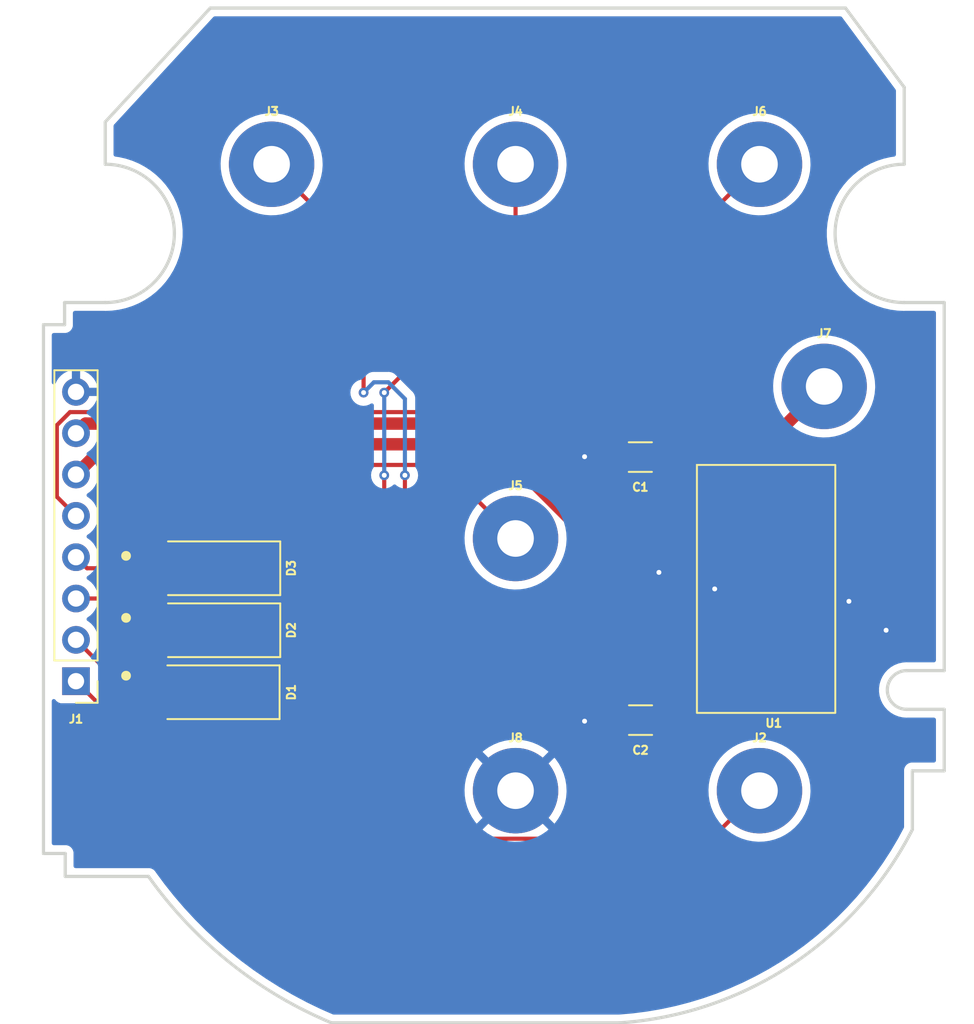
<source format=kicad_pcb>
(kicad_pcb (version 20211014) (generator pcbnew)
  (layers (0 "F.Cu" signal) (31 "B.Cu" signal) (34 "B.Paste" user) (35 "F.Paste" user) (36 "B.SilkS" user "B.Silkscreen") (37 "F.SilkS" user "F.Silkscreen") (38 "B.Mask" user) (39 "F.Mask" user) (44 "Edge.Cuts" user))
  (net 0 "")
  (net 1 "/TRUNK")
  (net 2 "Net-(D1-Pad2)")
  (net 3 "/ROOF")
  (net 4 "Net-(D2-Pad2)")
  (net 5 "/WINDOW")
  (net 6 "Net-(D3-Pad2)")
  (net 7 "/ILL")
  (net 8 "/IGN")
  (net 9 "+3V3")
  (net 10 "+12V")
  (net 11 "GND")
  (footprint "DelSolLib:Terminal_Spring_Del_Sol" (layer "F.Cu") (at 155.79 79.31)
    (fp_text reference "J6" (at 0 -3.25 unlocked) (layer "F.SilkS") (effects (font (size 0.5 0.5))))
    (fp_text value "Terminal_Spring_Del_Sol")
    (pad "1" thru_hole circle (at 0 0) (size 5.25 5.25) (drill 2.25) (layers *.Cu *.Mask) (net 8 "/IGN"))
  )
  (footprint "DelSolLib:Terminal_Spring_Del_Sol" (layer "F.Cu") (at 155.79 117.81)
    (fp_text reference "J2" (at 0 -3.25 unlocked) (layer "F.SilkS") (effects (font (size 0.5 0.5))))
    (fp_text value "Terminal_Spring_Del_Sol")
    (pad "1" thru_hole circle (at 0 0) (size 5.25 5.25) (drill 2.25) (layers *.Cu *.Mask) (net 7 "/ILL"))
  )
  (footprint "LOGO" (layer "F.Cu") (at 139.7 125.73)
    (fp_text reference "G***" hide)
    (fp_text value "LOGO" hide)
  )
  (footprint "Diode_SMD:D_SMA_Handsoldering" (layer "F.Cu") (at 121.92 104.14 180)
    (fp_text reference "D3" (at -5.08 0 90) (layer "F.SilkS") (effects (font (size 0.5 0.5))))
    (fp_text value "D_Schottky")
    (fp_line (start -4.4 -1.65) (end 2.5 -1.65) (layer "F.SilkS") (width 0.12))
    (fp_line (start -4.4 1.65) (end 2.5 1.65) (layer "F.SilkS") (width 0.12))
    (fp_line (start -4.4 -1.65) (end -4.4 1.65) (layer "F.SilkS") (width 0.12))
    (pad "1" smd rect (at -2.5 0 180) (size 3.5 1.8) (layers "F.Cu" "F.Paste" "F.Mask") (net 5 "/WINDOW"))
    (pad "2" smd rect (at 2.5 0 180) (size 3.5 1.8) (layers "F.Cu" "F.Paste" "F.Mask") (net 6 "Net-(D3-Pad2)"))
  )
  (footprint "DelSolLib:Terminal_Spring_Del_Sol" (layer "F.Cu") (at 125.79 79.31)
    (fp_text reference "J3" (at 0 -3.25 unlocked) (layer "F.SilkS") (effects (font (size 0.5 0.5))))
    (fp_text value "Terminal_Spring_Del_Sol")
    (pad "1" thru_hole circle (at 0 0) (size 5.25 5.25) (drill 2.25) (layers *.Cu *.Mask) (net 1 "/TRUNK"))
  )
  (footprint "Diode_SMD:D_SMA_Handsoldering" (layer "F.Cu") (at 121.92 107.95 180)
    (fp_text reference "D2" (at -5.08 0 90) (layer "F.SilkS") (effects (font (size 0.5 0.5))))
    (fp_text value "D_Schottky")
    (fp_line (start -4.4 1.65) (end 2.5 1.65) (layer "F.SilkS") (width 0.12))
    (fp_line (start -4.4 -1.65) (end -4.4 1.65) (layer "F.SilkS") (width 0.12))
    (fp_line (start -4.4 -1.65) (end 2.5 -1.65) (layer "F.SilkS") (width 0.12))
    (pad "1" smd rect (at -2.5 0 180) (size 3.5 1.8) (layers "F.Cu" "F.Paste" "F.Mask") (net 3 "/ROOF"))
    (pad "2" smd rect (at 2.5 0 180) (size 3.5 1.8) (layers "F.Cu" "F.Paste" "F.Mask") (net 4 "Net-(D2-Pad2)"))
  )
  (footprint "DelSolLib:Terminal_Spring_Del_Sol" (layer "F.Cu") (at 159.766 92.964)
    (fp_text reference "J7" (at 0 -3.25 unlocked) (layer "F.SilkS") (effects (font (size 0.5 0.5))))
    (fp_text value "Terminal_Spring_Del_Sol")
    (pad "1" thru_hole circle (at 0 0) (size 5.25 5.25) (drill 2.25) (layers *.Cu *.Mask) (net 10 "+12V"))
  )
  (footprint "DelSolLib:K7803T-500R3" (layer "F.Cu") (at 156.21 105.41 -90)
    (fp_text reference "U1" (at 8.255 -0.4572 unlocked) (layer "F.SilkS") (effects (font (size 0.5 0.5))))
    (fp_text value "K7803T-500R3")
    (fp_rect (start -7.62 4.2672) (end 7.62 -4.2418) (layer "F.SilkS") (width 0.12) (fill none))
    (pad "1" smd rect (at -5.08 5.1816 270) (size 0.9906 1.8542) (layers "F.Cu" "F.Paste" "F.Mask") (net 10 "+12V"))
    (pad "2" smd rect (at -2.54 5.1816 270) (size 0.9906 1.8542) (layers "F.Cu" "F.Paste" "F.Mask") (net 10 "+12V"))
    (pad "3" smd rect (at 0 5.1816 270) (size 0.9906 1.8542) (layers "F.Cu" "F.Paste" "F.Mask") (net 11 "GND"))
    (pad "4" smd rect (at 2.54 5.1816 270) (size 0.9906 1.8542) (layers "F.Cu" "F.Paste" "F.Mask") (net 9 "+3V3"))
    (pad "5" smd rect (at 5.08 5.1816 270) (size 0.9906 1.8542) (layers "F.Cu" "F.Paste" "F.Mask") (net 9 "+3V3"))
    (pad "6" smd rect (at 5.08 -5.1816 270) (size 0.9906 1.8542) (layers "F.Cu" "F.Paste" "F.Mask"))
    (pad "7" smd rect (at 2.54 -5.1816 270) (size 0.9906 1.8542) (layers "F.Cu" "F.Paste" "F.Mask") (net 11 "GND"))
    (pad "10" smd rect (at -5.08 -5.1816 270) (size 0.9906 1.8542) (layers "F.Cu" "F.Paste" "F.Mask"))
  )
  (footprint "DelSolLib:Terminal_Spring_Del_Sol" (layer "F.Cu") (at 140.79 79.31)
    (fp_text reference "J4" (at 0 -3.25 unlocked) (layer "F.SilkS") (effects (font (size 0.5 0.5))))
    (fp_text value "Terminal_Spring_Del_Sol")
    (pad "1" thru_hole circle (at 0 0) (size 5.25 5.25) (drill 2.25) (layers *.Cu *.Mask) (net 3 "/ROOF"))
  )
  (footprint "DelSolLib:Terminal_Spring_Del_Sol" (layer "F.Cu") (at 140.79 117.81)
    (fp_text reference "J8" (at 0 -3.25 unlocked) (layer "F.SilkS") (effects (font (size 0.5 0.5))))
    (fp_text value "Terminal_Spring_Del_Sol")
    (pad "1" thru_hole circle (at 0 0) (size 5.25 5.25) (drill 2.25) (layers *.Cu *.Mask) (net 11 "GND"))
  )
  (footprint "DelSolLib:Terminal_Spring_Del_Sol" (layer "F.Cu") (at 140.79 102.31)
    (fp_text reference "J5" (at 0 -3.25 unlocked) (layer "F.SilkS") (effects (font (size 0.5 0.5))))
    (fp_text value "Terminal_Spring_Del_Sol")
    (pad "1" thru_hole circle (at 0 0) (size 5.25 5.25) (drill 2.25) (layers *.Cu *.Mask) (net 5 "/WINDOW"))
  )
  (footprint "Connector_PinHeader_2.54mm:PinHeader_1x08_P2.54mm_Vertical" (layer "F.Cu") (at 113.76 111.08 180)
    (fp_text reference "J1" (at 0 -2.33) (layer "F.SilkS") (effects (font (size 0.5 0.5))))
    (fp_text value "Conn_01x08")
    (fp_line (start 1.33 1.27) (end 1.33 19.11) (layer "F.SilkS") (width 0.12))
    (fp_line (start -1.33 1.27) (end -1.33 19.11) (layer "F.SilkS") (width 0.12))
    (fp_line (start -1.33 -1.33) (end 0 -1.33) (layer "F.SilkS") (width 0.12))
    (fp_line (start -1.33 19.11) (end 1.33 19.11) (layer "F.SilkS") (width 0.12))
    (fp_line (start -1.33 1.27) (end 1.33 1.27) (layer "F.SilkS") (width 0.12))
    (fp_line (start -1.33 0) (end -1.33 -1.33) (layer "F.SilkS") (width 0.12))
    (pad "1" thru_hole rect (at 0 0 180) (size 1.7 1.7) (drill 1) (layers *.Cu *.Mask) (net 7 "/ILL"))
    (pad "2" thru_hole oval (at 0 2.54 180) (size 1.7 1.7) (drill 1) (layers *.Cu *.Mask) (net 2 "Net-(D1-Pad2)"))
    (pad "3" thru_hole oval (at 0 5.08 180) (size 1.7 1.7) (drill 1) (layers *.Cu *.Mask) (net 4 "Net-(D2-Pad2)"))
    (pad "4" thru_hole oval (at 0 7.62 180) (size 1.7 1.7) (drill 1) (layers *.Cu *.Mask) (net 6 "Net-(D3-Pad2)"))
    (pad "5" thru_hole oval (at 0 10.16 180) (size 1.7 1.7) (drill 1) (layers *.Cu *.Mask) (net 8 "/IGN"))
    (pad "6" thru_hole oval (at 0 12.7 180) (size 1.7 1.7) (drill 1) (layers *.Cu *.Mask) (net 9 "+3V3"))
    (pad "7" thru_hole oval (at 0 15.24 180) (size 1.7 1.7) (drill 1) (layers *.Cu *.Mask) (net 10 "+12V"))
    (pad "8" thru_hole oval (at 0 17.78 180) (size 1.7 1.7) (drill 1) (layers *.Cu *.Mask) (net 11 "GND"))
  )
  (footprint "Diode_SMD:D_SMA_Handsoldering" (layer "F.Cu") (at 121.88 111.76 180)
    (fp_text reference "D1" (at -5.12 0 90) (layer "F.SilkS") (effects (font (size 0.5 0.5))))
    (fp_text value "D_Schottky")
    (fp_line (start -4.4 1.65) (end 2.5 1.65) (layer "F.SilkS") (width 0.12))
    (fp_line (start -4.4 -1.65) (end 2.5 -1.65) (layer "F.SilkS") (width 0.12))
    (fp_line (start -4.4 -1.65) (end -4.4 1.65) (layer "F.SilkS") (width 0.12))
    (pad "1" smd rect (at -2.5 0 180) (size 3.5 1.8) (layers "F.Cu" "F.Paste" "F.Mask") (net 1 "/TRUNK"))
    (pad "2" smd rect (at 2.5 0 180) (size 3.5 1.8) (layers "F.Cu" "F.Paste" "F.Mask") (net 2 "Net-(D1-Pad2)"))
  )
  (footprint "Capacitor_SMD:C_1206_3216Metric_Pad1.33x1.80mm_HandSolder" (layer "F.Cu") (at 148.463139 97.306729 180)
    (fp_text reference "C1" (at 0 -1.85) (layer "F.SilkS") (effects (font (size 0.5 0.5))))
    (fp_text value "10u")
    (fp_line (start -0.711252 -0.91) (end 0.711252 -0.91) (layer "F.SilkS") (width 0.12))
    (fp_line (start -0.711252 0.91) (end 0.711252 0.91) (layer "F.SilkS") (width 0.12))
    (pad "1" smd roundrect (at -1.5625 0 180) (size 1.325 1.8) (layers "F.Cu" "F.Paste" "F.Mask") (roundrect_rratio 0.1886792453) (net 10 "+12V"))
    (pad "2" smd roundrect (at 1.5625 0 180) (size 1.325 1.8) (layers "F.Cu" "F.Paste" "F.Mask") (roundrect_rratio 0.1886792453) (net 11 "GND"))
  )
  (footprint "Capacitor_SMD:C_1206_3216Metric_Pad1.33x1.80mm_HandSolder" (layer "F.Cu") (at 148.475012 113.473353 180)
    (fp_text reference "C2" (at 0 -1.85) (layer "F.SilkS") (effects (font (size 0.5 0.5))))
    (fp_text value "22u")
    (fp_line (start -0.711252 -0.91) (end 0.711252 -0.91) (layer "F.SilkS") (width 0.12))
    (fp_line (start -0.711252 0.91) (end 0.711252 0.91) (layer "F.SilkS") (width 0.12))
    (pad "1" smd roundrect (at -1.5625 0 180) (size 1.325 1.8) (layers "F.Cu" "F.Paste" "F.Mask") (roundrect_rratio 0.1886792453) (net 9 "+3V3"))
    (pad "2" smd roundrect (at 1.5625 0 180) (size 1.325 1.8) (layers "F.Cu" "F.Paste" "F.Mask") (roundrect_rratio 0.1886792453) (net 11 "GND"))
  )
  (gr_circle (center 116.84 107.188) (end 116.99 107.188) (layer "F.SilkS") (width 0.3) (fill none))
  (gr_circle (center 116.84 103.378) (end 116.99 103.378) (layer "F.SilkS") (width 0.3) (fill none))
  (gr_circle (center 116.84 110.744) (end 116.99 110.744) (layer "F.SilkS") (width 0.3) (fill none))
  (gr_line (start 111.76 89.17) (end 113.06 89.17) (layer "Edge.Cuts") (width 0.2))
  (gr_line (start 164.69 74.58) (end 164.69 79.31) (layer "Edge.Cuts") (width 0.2))
  (gr_arc (start 129.47 132.08) (mid 123.21264 128.37045) (end 118.22 123.08) (layer "Edge.Cuts") (width 0.2))
  (gr_line (start 113.1 121.67) (end 113.1 123.08) (layer "Edge.Cuts") (width 0.2))
  (gr_arc (start 164.84 112.81) (mid 163.650026 111.620026) (end 164.84 110.43) (layer "Edge.Cuts") (width 0.2))
  (gr_line (start 167.15 87.81) (end 167.15 110.43) (layer "Edge.Cuts") (width 0.2))
  (gr_line (start 113.06 89.17) (end 113.06 87.81) (layer "Edge.Cuts") (width 0.2))
  (gr_line (start 167.15 116.59) (end 165.19 116.59) (layer "Edge.Cuts") (width 0.2))
  (gr_line (start 164.69 87.81) (end 167.15 87.81) (layer "Edge.Cuts") (width 0.2))
  (gr_line (start 161.08 69.71) (end 164.69 74.58) (layer "Edge.Cuts") (width 0.2))
  (gr_line (start 113.1 123.08) (end 118.22 123.08) (layer "Edge.Cuts") (width 0.2))
  (gr_line (start 115.56 76.71) (end 122.02 69.71) (layer "Edge.Cuts") (width 0.2))
  (gr_arc (start 165.19 120.2) (mid 157.754825 128.510947) (end 147.19 132.08) (layer "Edge.Cuts") (width 0.2))
  (gr_line (start 129.47 132.08) (end 147.19 132.08) (layer "Edge.Cuts") (width 0.2))
  (gr_arc (start 115.56 79.31) (mid 119.81 83.56) (end 115.56 87.81) (layer "Edge.Cuts") (width 0.2))
  (gr_line (start 167.15 110.43) (end 164.84 110.43) (layer "Edge.Cuts") (width 0.2))
  (gr_line (start 111.76 89.17) (end 111.76 121.67) (layer "Edge.Cuts") (width 0.2))
  (gr_line (start 167.15 112.81) (end 167.15 116.59) (layer "Edge.Cuts") (width 0.2))
  (gr_line (start 113.06 87.81) (end 115.56 87.81) (layer "Edge.Cuts") (width 0.2))
  (gr_line (start 165.19 116.59) (end 165.19 120.2) (layer "Edge.Cuts") (width 0.2))
  (gr_arc (start 164.69 87.81) (mid 160.439996 83.559996) (end 164.69 79.31) (layer "Edge.Cuts") (width 0.2))
  (gr_line (start 111.76 121.67) (end 113.1 121.67) (layer "Edge.Cuts") (width 0.2))
  (gr_line (start 122.02 69.71) (end 161.08 69.71) (layer "Edge.Cuts") (width 0.2))
  (gr_line (start 115.56 79.31) (end 115.56 76.71) (layer "Edge.Cuts") (width 0.2))
  (gr_line (start 164.84 112.81) (end 167.15 112.81) (layer "Edge.Cuts") (width 0.2))
  (segment (start 131.445 84.965) (end 131.445 93.345) (width 0.254) (layer "F.Cu") (net 1))
  (segment (start 124.38 111.76) (end 133.985 102.155) (width 0.254) (layer "F.Cu") (net 1))
  (segment (start 125.79 79.31) (end 131.445 84.965) (width 0.254) (layer "F.Cu") (net 1))
  (segment (start 133.985 102.155) (end 133.985 98.425) (width 0.254) (layer "F.Cu") (net 1))
  (via (at 131.445 93.345) (size 0.6) (drill 0.3) (layers "F.Cu" "B.Cu") (net 1))
  (via (at 133.985 98.425) (size 0.6) (drill 0.3) (layers "F.Cu" "B.Cu") (net 1))
  (segment (start 132.08 92.71) (end 131.445 93.345) (width 0.254) (layer "B.Cu") (net 1))
  (segment (start 132.966021 92.71) (end 132.08 92.71) (width 0.254) (layer "B.Cu") (net 1))
  (segment (start 133.985 98.425) (end 133.985 93.728979) (width 0.254) (layer "B.Cu") (net 1))
  (segment (start 133.985 93.728979) (end 132.966021 92.71) (width 0.254) (layer "B.Cu") (net 1))
  (segment (start 116.98 111.76) (end 113.76 108.54) (width 0.254) (layer "F.Cu") (net 2))
  (segment (start 119.38 111.76) (end 116.98 111.76) (width 0.254) (layer "F.Cu") (net 2))
  (segment (start 140.79 85.27) (end 140.79 79.31) (width 0.254) (layer "F.Cu") (net 3))
  (segment (start 124.42 107.95) (end 132.715 99.655) (width 0.254) (layer "F.Cu") (net 3))
  (segment (start 132.715 93.345) (end 140.79 85.27) (width 0.254) (layer "F.Cu") (net 3))
  (segment (start 132.715 99.655) (end 132.715 98.425) (width 0.254) (layer "F.Cu") (net 3))
  (via (at 132.715 98.425) (size 0.6) (drill 0.3) (layers "F.Cu" "B.Cu") (net 3))
  (via (at 132.715 93.345) (size 0.6) (drill 0.3) (layers "F.Cu" "B.Cu") (net 3))
  (segment (start 132.715 98.425) (end 132.715 93.345) (width 0.254) (layer "B.Cu") (net 3))
  (segment (start 117.47 106) (end 119.42 107.95) (width 0.254) (layer "F.Cu") (net 4))
  (segment (start 113.76 106) (end 117.47 106) (width 0.254) (layer "F.Cu") (net 4))
  (segment (start 130.77 97.79) (end 124.42 104.14) (width 0.254) (layer "F.Cu") (net 5))
  (segment (start 140.79 102.31) (end 136.27 97.79) (width 0.254) (layer "F.Cu") (net 5))
  (segment (start 136.27 97.79) (end 130.77 97.79) (width 0.254) (layer "F.Cu") (net 5))
  (segment (start 119.42 104.14) (end 114.44 104.14) (width 0.254) (layer "F.Cu") (net 6))
  (segment (start 114.44 104.14) (end 113.76 103.46) (width 0.254) (layer "F.Cu") (net 6))
  (segment (start 152.838489 120.761511) (end 123.441511 120.761511) (width 0.254) (layer "F.Cu") (net 7))
  (segment (start 155.79 117.81) (end 152.838489 120.761511) (width 0.254) (layer "F.Cu") (net 7))
  (segment (start 123.441511 120.761511) (end 113.76 111.08) (width 0.254) (layer "F.Cu") (net 7))
  (segment (start 112.583489 95.352672) (end 112.583489 99.743489) (width 0.254) (layer "F.Cu") (net 8))
  (segment (start 112.583489 99.743489) (end 113.76 100.92) (width 0.254) (layer "F.Cu") (net 8))
  (segment (start 155.79 79.31) (end 140.55752 94.54248) (width 0.254) (layer "F.Cu") (net 8))
  (segment (start 113.393681 94.54248) (end 112.583489 95.352672) (width 0.254) (layer "F.Cu") (net 8))
  (segment (start 140.55752 94.54248) (end 113.393681 94.54248) (width 0.254) (layer "F.Cu") (net 8))
  (segment (start 139.533278 96.52) (end 150.963278 107.95) (width 0.762) (layer "F.Cu") (net 9))
  (segment (start 151.0284 110.49) (end 151.0284 107.95) (width 0.762) (layer "F.Cu") (net 9))
  (segment (start 150.037512 113.473353) (end 150.037512 111.480888) (width 0.762) (layer "F.Cu") (net 9))
  (segment (start 150.037512 111.480888) (end 151.0284 110.49) (width 0.762) (layer "F.Cu") (net 9))
  (segment (start 150.963278 107.95) (end 151.0284 107.95) (width 0.762) (layer "F.Cu") (net 9))
  (segment (start 113.76 98.38) (end 115.62 96.52) (width 0.762) (layer "F.Cu") (net 9))
  (segment (start 115.62 96.52) (end 139.533278 96.52) (width 0.762) (layer "F.Cu") (net 9))
  (segment (start 114.35 95.25) (end 147.96891 95.25) (width 0.762) (layer "F.Cu") (net 10))
  (segment (start 151.0284 100.33) (end 151.0284 97.6884) (width 0.762) (layer "F.Cu") (net 10))
  (segment (start 113.76 95.84) (end 114.35 95.25) (width 0.762) (layer "F.Cu") (net 10))
  (segment (start 159.766 92.964) (end 155.423271 97.306729) (width 0.762) (layer "F.Cu") (net 10))
  (segment (start 151.0284 97.6884) (end 150.646729 97.306729) (width 0.762) (layer "F.Cu") (net 10))
  (segment (start 151.0284 100.33) (end 151.0284 102.87) (width 0.762) (layer "F.Cu") (net 10))
  (segment (start 155.423271 97.306729) (end 150.646729 97.306729) (width 0.762) (layer "F.Cu") (net 10))
  (segment (start 150.646729 97.306729) (end 150.025639 97.306729) (width 0.762) (layer "F.Cu") (net 10))
  (segment (start 147.96891 95.25) (end 150.025639 97.306729) (width 0.762) (layer "F.Cu") (net 10))
  (segment (start 161.3916 106.2736) (end 161.3916 107.95) (width 0.762) (layer "F.Cu") (net 11))
  (segment (start 151.0284 105.41) (end 153.035 105.41) (width 0.762) (layer "F.Cu") (net 11))
  (segment (start 145.034 97.282) (end 145.058729 97.306729) (width 0.762) (layer "F.Cu") (net 11))
  (segment (start 161.3916 107.95) (end 163.576 107.95) (width 0.762) (layer "F.Cu") (net 11))
  (segment (start 161.29 106.172) (end 161.3916 106.2736) (width 0.762) (layer "F.Cu") (net 11))
  (segment (start 149.606 104.394) (end 150.622 105.41) (width 0.762) (layer "F.Cu") (net 11))
  (segment (start 145.058729 97.306729) (end 146.900639 97.306729) (width 0.762) (layer "F.Cu") (net 11))
  (segment (start 145.098647 113.473353) (end 146.912512 113.473353) (width 0.762) (layer "F.Cu") (net 11))
  (segment (start 150.622 105.41) (end 151.0284 105.41) (width 0.762) (layer "F.Cu") (net 11))
  (segment (start 145.034 113.538) (end 145.098647 113.473353) (width 0.762) (layer "F.Cu") (net 11))
  (via (at 149.606 104.394) (size 0.6) (drill 0.3) (layers "F.Cu" "B.Cu") (net 11))
  (via (at 161.29 106.172) (size 0.6) (drill 0.3) (layers "F.Cu" "B.Cu") (net 11))
  (via (at 163.576 107.95) (size 0.6) (drill 0.3) (layers "F.Cu" "B.Cu") (net 11))
  (via (at 145.034 113.538) (size 0.6) (drill 0.3) (layers "F.Cu" "B.Cu") (net 11))
  (via (at 145.034 97.282) (size 0.6) (drill 0.3) (layers "F.Cu" "B.Cu") (net 11))
  (via (at 153.035 105.41) (size 0.6) (drill 0.3) (layers "F.Cu" "B.Cu") (net 11))
  (zone (net 11) (net_name "GND") (layer "B.Cu") (connect_pads (clearance 0.508)) (min_thickness 0.254) (fill yes (thermal_gap 0.508) (thermal_bridge_width 0.508))
    (polygon (pts (xy 167.64 132.08) (xy 111.76 132.08) (xy 111.76 69.215) (xy 167.64 69.215)))
  )
)
</source>
